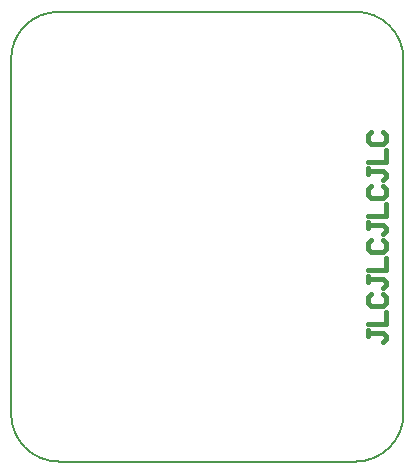
<source format=gbo>
G04*
G04 #@! TF.GenerationSoftware,Altium Limited,Altium Designer,22.5.1 (42)*
G04*
G04 Layer_Color=32896*
%FSLAX24Y24*%
%MOIN*%
G70*
G04*
G04 #@! TF.SameCoordinates,90FD04DD-598D-4D9C-97AF-6977CF96076A*
G04*
G04*
G04 #@! TF.FilePolarity,Positive*
G04*
G01*
G75*
%ADD12C,0.0079*%
%ADD15C,0.0150*%
%ADD16C,0.0079*%
D12*
X13089Y13423D02*
G03*
X11500Y14999I-1576J0D01*
G01*
X13089Y13410D02*
G03*
X13089Y13423I-1576J14D01*
G01*
X11500Y11D02*
G03*
X13089Y1600I-4J1593D01*
G01*
X1600Y14999D02*
G03*
X11Y13410I-14J-1576D01*
G01*
X11Y1600D02*
G03*
X1600Y11I1589J0D01*
G01*
X13089Y13410D02*
Y13410D01*
X13089Y1600D02*
X13089Y13410D01*
X11500Y14999D02*
X11500D01*
X1600D02*
X11500D01*
X1600D02*
X1600D01*
X11Y13410D02*
Y13410D01*
Y13410D02*
X11Y1600D01*
Y1600D02*
Y1600D01*
X1600Y11D02*
X11500D01*
X1600D02*
X1600D01*
D15*
X11900Y4400D02*
Y4200D01*
Y4300D01*
X12400D01*
X12500Y4200D01*
Y4100D01*
X12400Y4000D01*
X11900Y4600D02*
X12500D01*
Y5000D01*
X12000Y5599D02*
X11900Y5500D01*
Y5300D01*
X12000Y5200D01*
X12400D01*
X12500Y5300D01*
Y5500D01*
X12400Y5599D01*
X11900Y6199D02*
Y5999D01*
Y6099D01*
X12400D01*
X12500Y5999D01*
Y5899D01*
X12400Y5799D01*
X11900Y6399D02*
X12500D01*
Y6799D01*
X12000Y7399D02*
X11900Y7299D01*
Y7099D01*
X12000Y6999D01*
X12400D01*
X12500Y7099D01*
Y7299D01*
X12400Y7399D01*
X11900Y7999D02*
Y7799D01*
Y7899D01*
X12400D01*
X12500Y7799D01*
Y7699D01*
X12400Y7599D01*
X11900Y8199D02*
X12500D01*
Y8599D01*
X12000Y9198D02*
X11900Y9098D01*
Y8898D01*
X12000Y8798D01*
X12400D01*
X12500Y8898D01*
Y9098D01*
X12400Y9198D01*
X11900Y9798D02*
Y9598D01*
Y9698D01*
X12400D01*
X12500Y9598D01*
Y9498D01*
X12400Y9398D01*
X11900Y9998D02*
X12500D01*
Y10398D01*
X12000Y10998D02*
X11900Y10898D01*
Y10698D01*
X12000Y10598D01*
X12400D01*
X12500Y10698D01*
Y10898D01*
X12400Y10998D01*
D16*
X11500Y14999D02*
D03*
X13089Y13410D02*
D03*
X13089Y1600D02*
D03*
X13089D02*
D03*
X11500Y11D02*
D03*
X11Y13410D02*
D03*
X1600Y14999D02*
D03*
M02*

</source>
